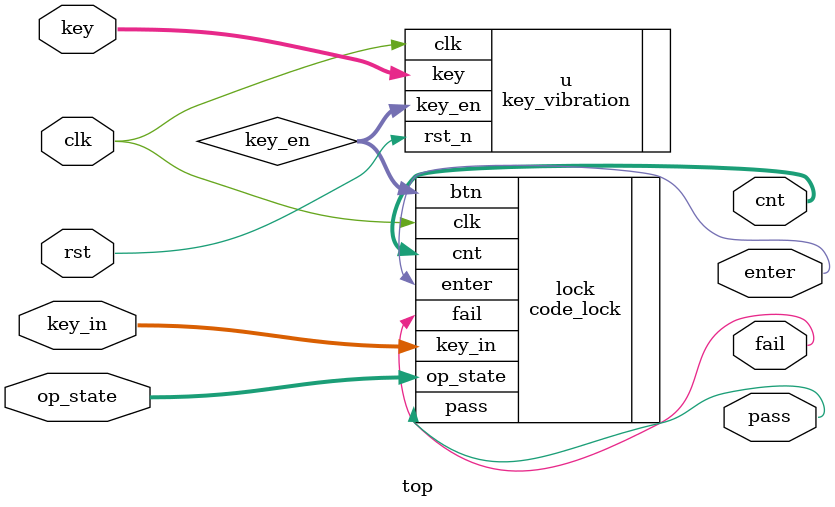
<source format=v>
`timescale 1ns / 1ps


//¶¥²ãÄ£¿é£º
module top(clk,rst,key,key_in,op_state,pass,fail,enter,cnt);
    input rst;
    input clk;
    input [3:0]key;   //ÊäÈë
    input[1:0] op_state; //²Ù×÷×´Ì¬
    input[7:0] key_in;     //¿ª¹ØÉèÖÃÃÜÂë
    //output reg [3:0] key_en;
    output wire pass;
    output wire fail;
    output wire enter; // ÌáÐÑÊäÈëÏÂÒ»Î»ÃÜÂë
    output wire[2:0] cnt;   //ÊäÈëÃÜÂëµÄ¸öÊý
    wire [3:0] key_en;    
    key_vibration u(.clk(clk),.rst_n(rst),.key(key),.key_en(key_en));
    code_lock lock(.clk(clk),.op_state(op_state),.key_in(key_in),.btn(key_en),.pass(pass),.fail(fail),.enter(enter),.cnt(cnt));
endmodule


</source>
